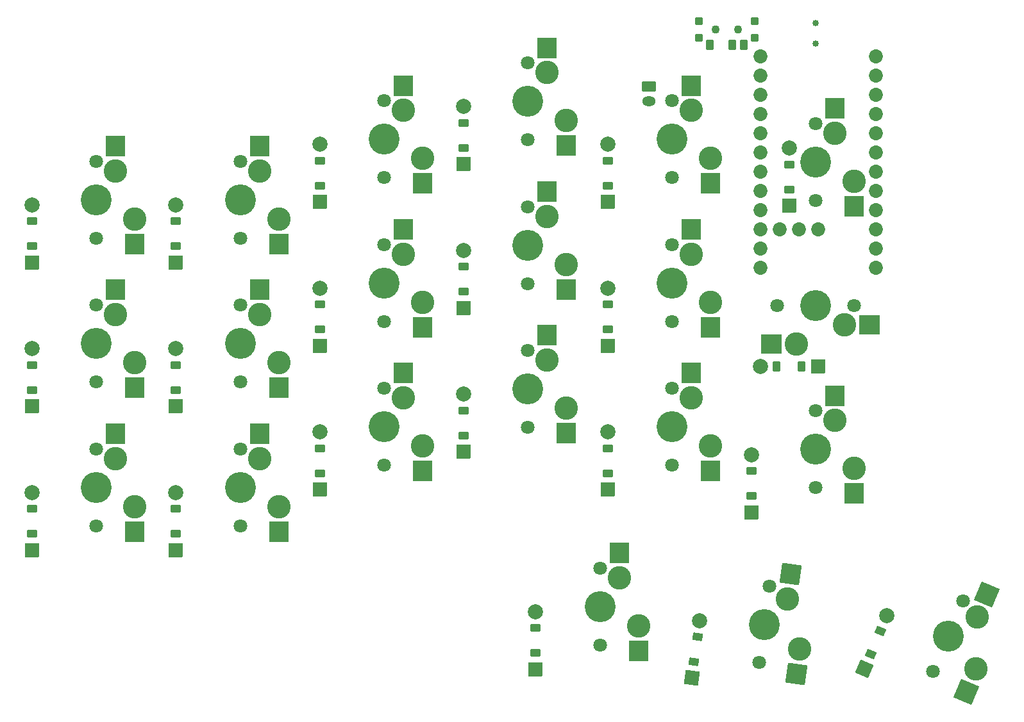
<source format=gbr>
%TF.GenerationSoftware,KiCad,Pcbnew,8.0.6*%
%TF.CreationDate,2024-12-24T11:18:05+01:00*%
%TF.ProjectId,left,6c656674-2e6b-4696-9361-645f70636258,v1.0.0*%
%TF.SameCoordinates,Original*%
%TF.FileFunction,Soldermask,Bot*%
%TF.FilePolarity,Negative*%
%FSLAX46Y46*%
G04 Gerber Fmt 4.6, Leading zero omitted, Abs format (unit mm)*
G04 Created by KiCad (PCBNEW 8.0.6) date 2024-12-24 11:18:05*
%MOMM*%
%LPD*%
G01*
G04 APERTURE LIST*
G04 Aperture macros list*
%AMRoundRect*
0 Rectangle with rounded corners*
0 $1 Rounding radius*
0 $2 $3 $4 $5 $6 $7 $8 $9 X,Y pos of 4 corners*
0 Add a 4 corners polygon primitive as box body*
4,1,4,$2,$3,$4,$5,$6,$7,$8,$9,$2,$3,0*
0 Add four circle primitives for the rounded corners*
1,1,$1+$1,$2,$3*
1,1,$1+$1,$4,$5*
1,1,$1+$1,$6,$7*
1,1,$1+$1,$8,$9*
0 Add four rect primitives between the rounded corners*
20,1,$1+$1,$2,$3,$4,$5,0*
20,1,$1+$1,$4,$5,$6,$7,0*
20,1,$1+$1,$6,$7,$8,$9,0*
20,1,$1+$1,$8,$9,$2,$3,0*%
G04 Aperture macros list end*
%ADD10RoundRect,0.050000X-0.450000X-0.450000X0.450000X-0.450000X0.450000X0.450000X-0.450000X0.450000X0*%
%ADD11C,1.100000*%
%ADD12RoundRect,0.050000X-0.450000X-0.625000X0.450000X-0.625000X0.450000X0.625000X-0.450000X0.625000X0*%
%ADD13RoundRect,0.050000X0.889000X-0.889000X0.889000X0.889000X-0.889000X0.889000X-0.889000X-0.889000X0*%
%ADD14RoundRect,0.050000X0.600000X-0.450000X0.600000X0.450000X-0.600000X0.450000X-0.600000X-0.450000X0*%
%ADD15C,2.005000*%
%ADD16C,1.801800*%
%ADD17C,3.100000*%
%ADD18C,4.087800*%
%ADD19RoundRect,0.050000X-1.250000X1.275000X-1.250000X-1.275000X1.250000X-1.275000X1.250000X1.275000X0*%
%ADD20RoundRect,0.050000X0.470969X-1.165689X1.165689X0.470969X-0.470969X1.165689X-1.165689X-0.470969X0*%
%ADD21RoundRect,0.050000X0.376474X-0.648666X0.728132X0.179789X-0.376474X0.648666X-0.728132X-0.179789X0*%
%ADD22RoundRect,0.050000X-1.060389X1.436558X-1.415281X-1.088625X1.060389X-1.436558X1.415281X1.088625X0*%
%ADD23RoundRect,0.050000X0.756623X-1.004073X1.004073X0.756623X-0.756623X1.004073X-1.004073X-0.756623X0*%
%ADD24RoundRect,0.050000X0.531533X-0.529124X0.656789X0.362117X-0.531533X0.529124X-0.656789X-0.362117X0*%
%ADD25RoundRect,0.050000X-0.850000X0.600000X-0.850000X-0.600000X0.850000X-0.600000X0.850000X0.600000X0*%
%ADD26O,1.800000X1.300000*%
%ADD27C,1.852600*%
%ADD28RoundRect,0.050000X1.275000X1.250000X-1.275000X1.250000X-1.275000X-1.250000X1.275000X-1.250000X0*%
%ADD29C,0.850000*%
%ADD30RoundRect,0.050000X-0.652449X1.662058X-1.648813X-0.685230X0.652449X-1.662058X1.648813X0.685230X0*%
%ADD31RoundRect,0.050000X0.889000X0.889000X-0.889000X0.889000X-0.889000X-0.889000X0.889000X-0.889000X0*%
%ADD32RoundRect,0.050000X0.450000X0.600000X-0.450000X0.600000X-0.450000X-0.600000X0.450000X-0.600000X0*%
G04 APERTURE END LIST*
D10*
%TO.C,T1*%
X129550000Y-98400000D03*
X129550000Y-100600000D03*
D11*
X131750000Y-99500000D03*
X134750000Y-99500000D03*
D10*
X136950000Y-98400000D03*
X136950000Y-100600000D03*
D12*
X131000000Y-101575000D03*
X134000000Y-101575000D03*
X135500000Y-101575000D03*
%TD*%
D13*
%TO.C,D4*%
X60500000Y-168310000D03*
D14*
X60500000Y-166150000D03*
X60500000Y-162850000D03*
D15*
X60500000Y-160690000D03*
%TD*%
D13*
%TO.C,D5*%
X60500000Y-149310000D03*
D14*
X60500000Y-147150000D03*
X60500000Y-143850000D03*
D15*
X60500000Y-141690000D03*
%TD*%
D16*
%TO.C,S13*%
X126000000Y-146920000D03*
D17*
X128540000Y-148190000D03*
D18*
X126000000Y-152000000D03*
D17*
X131080000Y-154540000D03*
D16*
X126000000Y-157080000D03*
D19*
X128540000Y-144915000D03*
X131080000Y-157842000D03*
%TD*%
D20*
%TO.C,D19*%
X151389326Y-184007308D03*
D21*
X152233307Y-182019018D03*
X153522719Y-178981352D03*
D15*
X154366700Y-176993062D03*
%TD*%
D16*
%TO.C,S17*%
X145000000Y-111920000D03*
D17*
X147540000Y-113190000D03*
D18*
X145000000Y-117000000D03*
D17*
X150080000Y-119540000D03*
D16*
X145000000Y-122080000D03*
D19*
X147540000Y-109915000D03*
X150080000Y-122842000D03*
%TD*%
D16*
%TO.C,S8*%
X88000000Y-127920000D03*
D17*
X90540000Y-129190000D03*
D18*
X88000000Y-133000000D03*
D17*
X93080000Y-135540000D03*
D16*
X88000000Y-138080000D03*
D19*
X90540000Y-125915000D03*
X93080000Y-138842000D03*
%TD*%
D13*
%TO.C,D10*%
X98500000Y-155310000D03*
D14*
X98500000Y-153150000D03*
X98500000Y-149850000D03*
D15*
X98500000Y-147690000D03*
%TD*%
D16*
%TO.C,S19*%
X138899457Y-173117493D03*
D17*
X141237988Y-174728633D03*
D18*
X138192458Y-178148055D03*
D17*
X142869520Y-181370335D03*
D16*
X137485459Y-183178617D03*
D22*
X141693780Y-171485505D03*
X142409971Y-184640200D03*
%TD*%
D16*
%TO.C,S1*%
X50000000Y-154920000D03*
D17*
X52540000Y-156190000D03*
D18*
X50000000Y-160000000D03*
D17*
X55080000Y-162540000D03*
D16*
X50000000Y-165080000D03*
D19*
X52540000Y-152915000D03*
X55080000Y-165842000D03*
%TD*%
D23*
%TO.C,D18*%
X128618650Y-185194211D03*
D24*
X128919265Y-183055232D03*
X129378537Y-179787348D03*
D15*
X129679152Y-177648369D03*
%TD*%
D16*
%TO.C,S9*%
X88000000Y-108920000D03*
D17*
X90540000Y-110190000D03*
D18*
X88000000Y-114000000D03*
D17*
X93080000Y-116540000D03*
D16*
X88000000Y-119080000D03*
D19*
X90540000Y-106915000D03*
X93080000Y-119842000D03*
%TD*%
D16*
%TO.C,S14*%
X126000000Y-127920000D03*
D17*
X128540000Y-129190000D03*
D18*
X126000000Y-133000000D03*
D17*
X131080000Y-135540000D03*
D16*
X126000000Y-138080000D03*
D19*
X128540000Y-125915000D03*
X131080000Y-138842000D03*
%TD*%
D13*
%TO.C,D8*%
X79500000Y-141310000D03*
D14*
X79500000Y-139150000D03*
X79500000Y-135850000D03*
D15*
X79500000Y-133690000D03*
%TD*%
D16*
%TO.C,S12*%
X107000000Y-103920000D03*
D17*
X109540000Y-105190000D03*
D18*
X107000000Y-109000000D03*
D17*
X112080000Y-111540000D03*
D16*
X107000000Y-114080000D03*
D19*
X109540000Y-101915000D03*
X112080000Y-114842000D03*
%TD*%
D16*
%TO.C,S10*%
X107000000Y-141920000D03*
D17*
X109540000Y-143190000D03*
D18*
X107000000Y-147000000D03*
D17*
X112080000Y-149540000D03*
D16*
X107000000Y-152080000D03*
D19*
X109540000Y-139915000D03*
X112080000Y-152842000D03*
%TD*%
D13*
%TO.C,D21*%
X141500000Y-122810000D03*
D14*
X141500000Y-120650000D03*
X141500000Y-117350000D03*
D15*
X141500000Y-115190000D03*
%TD*%
D13*
%TO.C,D6*%
X60500000Y-130310000D03*
D14*
X60500000Y-128150000D03*
X60500000Y-124850000D03*
D15*
X60500000Y-122690000D03*
%TD*%
D25*
%TO.C,JST1*%
X123000000Y-107000000D03*
D26*
X123000000Y-109000000D03*
%TD*%
D16*
%TO.C,S11*%
X107000000Y-122920000D03*
D17*
X109540000Y-124190000D03*
D18*
X107000000Y-128000000D03*
D17*
X112080000Y-130540000D03*
D16*
X107000000Y-133080000D03*
D19*
X109540000Y-120915000D03*
X112080000Y-133842000D03*
%TD*%
D13*
%TO.C,D11*%
X98500000Y-136310000D03*
D14*
X98500000Y-134150000D03*
X98500000Y-130850000D03*
D15*
X98500000Y-128690000D03*
%TD*%
D13*
%TO.C,D1*%
X41500000Y-168310000D03*
D14*
X41500000Y-166150000D03*
X41500000Y-162850000D03*
D15*
X41500000Y-160690000D03*
%TD*%
D16*
%TO.C,S2*%
X50000000Y-135920000D03*
D17*
X52540000Y-137190000D03*
D18*
X50000000Y-141000000D03*
D17*
X55080000Y-143540000D03*
D16*
X50000000Y-146080000D03*
D19*
X52540000Y-133915000D03*
X55080000Y-146842000D03*
%TD*%
D13*
%TO.C,D3*%
X41500000Y-130310000D03*
D14*
X41500000Y-128150000D03*
X41500000Y-124850000D03*
D15*
X41500000Y-122690000D03*
%TD*%
D13*
%TO.C,D14*%
X117500000Y-141310000D03*
D14*
X117500000Y-139150000D03*
X117500000Y-135850000D03*
D15*
X117500000Y-133690000D03*
%TD*%
D13*
%TO.C,D7*%
X79500000Y-160310000D03*
D14*
X79500000Y-158150000D03*
X79500000Y-154850000D03*
D15*
X79500000Y-152690000D03*
%TD*%
D13*
%TO.C,D17*%
X108000000Y-184060000D03*
D14*
X108000000Y-181900000D03*
X108000000Y-178600000D03*
D15*
X108000000Y-176440000D03*
%TD*%
D27*
%TO.C,MCU1*%
X137680000Y-103030000D03*
X137680000Y-105570000D03*
X137680000Y-108110000D03*
X137680000Y-110650000D03*
X137680000Y-113190000D03*
X137680000Y-115730000D03*
X137680000Y-118270000D03*
X137680000Y-120810000D03*
X137680000Y-123350000D03*
X137680000Y-125890000D03*
X137680000Y-128430000D03*
X137680000Y-130970000D03*
X152920000Y-130970000D03*
X152920000Y-128430000D03*
X152920000Y-125890000D03*
X152920000Y-123350000D03*
X152920000Y-120810000D03*
X152920000Y-118270000D03*
X152920000Y-115730000D03*
X152920000Y-113190000D03*
X152920000Y-110650000D03*
X152920000Y-108110000D03*
X152920000Y-105570000D03*
X152920000Y-103030000D03*
X140220000Y-125890000D03*
X142760000Y-125890000D03*
X145300000Y-125890000D03*
%TD*%
D16*
%TO.C,S21*%
X150080000Y-136000000D03*
D17*
X148810000Y-138540000D03*
D18*
X145000000Y-136000000D03*
D17*
X142460000Y-141080000D03*
D16*
X139920000Y-136000000D03*
D28*
X152085000Y-138540000D03*
X139158000Y-141080000D03*
%TD*%
D29*
%TO.C,B1*%
X145000000Y-98625000D03*
X145000000Y-101375000D03*
%TD*%
D13*
%TO.C,D16*%
X136500000Y-163310000D03*
D14*
X136500000Y-161150000D03*
X136500000Y-157850000D03*
D15*
X136500000Y-155690000D03*
%TD*%
D13*
%TO.C,D9*%
X79500000Y-122310000D03*
D14*
X79500000Y-120150000D03*
X79500000Y-116850000D03*
D15*
X79500000Y-114690000D03*
%TD*%
D16*
%TO.C,S20*%
X164445508Y-175002963D03*
D17*
X166287362Y-177164462D03*
D18*
X162460594Y-179679128D03*
D17*
X166144302Y-184002124D03*
D16*
X160475680Y-184355293D03*
D30*
X167567006Y-174149808D03*
X164854106Y-187041631D03*
%TD*%
D16*
%TO.C,S4*%
X69000000Y-154920000D03*
D17*
X71540000Y-156190000D03*
D18*
X69000000Y-160000000D03*
D17*
X74080000Y-162540000D03*
D16*
X69000000Y-165080000D03*
D19*
X71540000Y-152915000D03*
X74080000Y-165842000D03*
%TD*%
D13*
%TO.C,D15*%
X117500000Y-122310000D03*
D14*
X117500000Y-120150000D03*
X117500000Y-116850000D03*
D15*
X117500000Y-114690000D03*
%TD*%
D16*
%TO.C,S6*%
X69000000Y-116920000D03*
D17*
X71540000Y-118190000D03*
D18*
X69000000Y-122000000D03*
D17*
X74080000Y-124540000D03*
D16*
X69000000Y-127080000D03*
D19*
X71540000Y-114915000D03*
X74080000Y-127842000D03*
%TD*%
D16*
%TO.C,S15*%
X126000000Y-108920000D03*
D17*
X128540000Y-110190000D03*
D18*
X126000000Y-114000000D03*
D17*
X131080000Y-116540000D03*
D16*
X126000000Y-119080000D03*
D19*
X128540000Y-106915000D03*
X131080000Y-119842000D03*
%TD*%
D16*
%TO.C,S5*%
X69000000Y-135920000D03*
D17*
X71540000Y-137190000D03*
D18*
X69000000Y-141000000D03*
D17*
X74080000Y-143540000D03*
D16*
X69000000Y-146080000D03*
D19*
X71540000Y-133915000D03*
X74080000Y-146842000D03*
%TD*%
D13*
%TO.C,D2*%
X41500000Y-149310000D03*
D14*
X41500000Y-147150000D03*
X41500000Y-143850000D03*
D15*
X41500000Y-141690000D03*
%TD*%
D16*
%TO.C,S18*%
X116500000Y-170670000D03*
D17*
X119040000Y-171940000D03*
D18*
X116500000Y-175750000D03*
D17*
X121580000Y-178290000D03*
D16*
X116500000Y-180830000D03*
D19*
X119040000Y-168665000D03*
X121580000Y-181592000D03*
%TD*%
D13*
%TO.C,D12*%
X98500000Y-117310000D03*
D14*
X98500000Y-115150000D03*
X98500000Y-111850000D03*
D15*
X98500000Y-109690000D03*
%TD*%
D13*
%TO.C,D13*%
X117500000Y-160310000D03*
D14*
X117500000Y-158150000D03*
X117500000Y-154850000D03*
D15*
X117500000Y-152690000D03*
%TD*%
D16*
%TO.C,S7*%
X88000000Y-146920000D03*
D17*
X90540000Y-148190000D03*
D18*
X88000000Y-152000000D03*
D17*
X93080000Y-154540000D03*
D16*
X88000000Y-157080000D03*
D19*
X90540000Y-144915000D03*
X93080000Y-157842000D03*
%TD*%
D31*
%TO.C,D20*%
X145310000Y-144000000D03*
D32*
X143150000Y-144000000D03*
X139850000Y-144000000D03*
D15*
X137690000Y-144000000D03*
%TD*%
D16*
%TO.C,S16*%
X145000000Y-149920000D03*
D17*
X147540000Y-151190000D03*
D18*
X145000000Y-155000000D03*
D17*
X150080000Y-157540000D03*
D16*
X145000000Y-160080000D03*
D19*
X147540000Y-147915000D03*
X150080000Y-160842000D03*
%TD*%
D16*
%TO.C,S3*%
X50000000Y-116920000D03*
D17*
X52540000Y-118190000D03*
D18*
X50000000Y-122000000D03*
D17*
X55080000Y-124540000D03*
D16*
X50000000Y-127080000D03*
D19*
X52540000Y-114915000D03*
X55080000Y-127842000D03*
%TD*%
M02*

</source>
